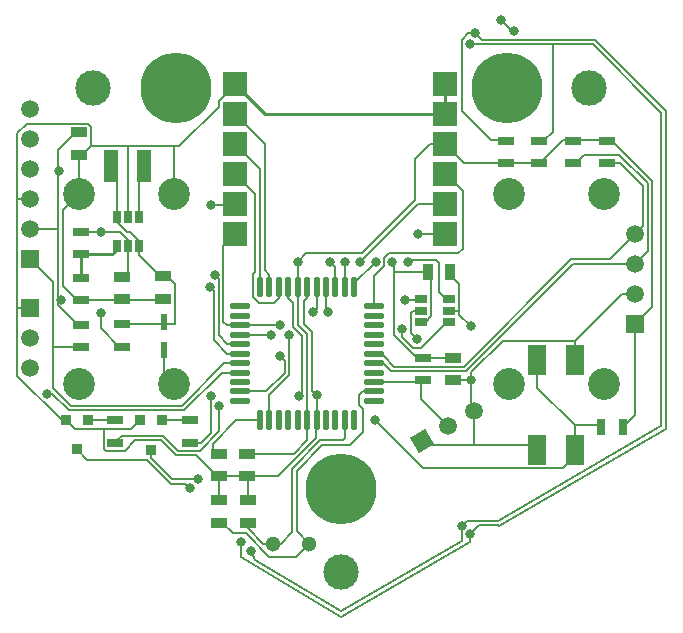
<source format=gbr>
%FSLAX43Y43*%
%MOMM*%
G71*
G01*
G75*
G04 Layer_Physical_Order=1*
G04 Layer_Color=255*
%ADD10R,1.500X2.500*%
%ADD11R,0.762X1.372*%
%ADD12R,1.372X0.864*%
%ADD13R,1.372X0.762*%
%ADD14R,0.864X1.372*%
%ADD15R,1.100X0.650*%
%ADD16R,1.300X2.700*%
%ADD17R,0.650X1.100*%
%ADD18R,0.900X0.950*%
%ADD19R,0.900X0.950*%
%ADD20O,0.550X1.750*%
%ADD21O,1.750X0.550*%
%ADD22R,2.032X2.032*%
%ADD23R,0.550X1.450*%
%ADD24C,0.200*%
%ADD25C,0.254*%
%ADD26P,2.121X4X75.0*%
%ADD27C,1.500*%
%ADD28C,2.700*%
%ADD29R,1.500X1.500*%
%ADD30C,1.300*%
%ADD31C,0.800*%
%ADD32C,6.000*%
%ADD33C,3.000*%
D10*
X19800Y-17625D02*
D03*
X16600D02*
D03*
Y-10025D02*
D03*
X19800D02*
D03*
D11*
X21948Y-15725D02*
D03*
X23853D02*
D03*
D12*
X-22250Y7323D02*
D03*
Y9227D02*
D03*
X-10400Y-23802D02*
D03*
Y-21897D02*
D03*
X-7925D02*
D03*
Y-23802D02*
D03*
X-7950Y-17972D02*
D03*
Y-19878D02*
D03*
X9475Y-9847D02*
D03*
Y-11752D02*
D03*
X-10400Y-19878D02*
D03*
Y-17972D02*
D03*
X-18600Y-2973D02*
D03*
Y-4878D02*
D03*
X-15075Y-4852D02*
D03*
Y-2947D02*
D03*
D13*
X-22050Y-8977D02*
D03*
Y-7073D02*
D03*
X-18575Y-6997D02*
D03*
Y-8903D02*
D03*
X-22025Y827D02*
D03*
Y-1077D02*
D03*
X-22050Y-3072D02*
D03*
Y-4977D02*
D03*
X-12850Y-17028D02*
D03*
Y-15123D02*
D03*
X16750Y6622D02*
D03*
Y8528D02*
D03*
X13900Y6622D02*
D03*
Y8528D02*
D03*
X-19150Y-17028D02*
D03*
Y-15123D02*
D03*
X19600Y6622D02*
D03*
Y8528D02*
D03*
X22450Y6622D02*
D03*
Y8528D02*
D03*
X6900Y-11752D02*
D03*
Y-9847D02*
D03*
D14*
X9203Y-2550D02*
D03*
X7298D02*
D03*
D15*
X6750Y-6800D02*
D03*
Y-5850D02*
D03*
Y-4900D02*
D03*
X9150D02*
D03*
Y-5850D02*
D03*
Y-6800D02*
D03*
D16*
X-19525Y6425D02*
D03*
X-16725D02*
D03*
D17*
X-17125Y-350D02*
D03*
X-18075D02*
D03*
X-19025D02*
D03*
Y2050D02*
D03*
X-18075D02*
D03*
X-17125D02*
D03*
D18*
X-16100Y-17625D02*
D03*
X-15150Y-15125D02*
D03*
X-22400Y-17600D02*
D03*
X-21450Y-15100D02*
D03*
D19*
X-17050Y-15125D02*
D03*
X-23350Y-15100D02*
D03*
D20*
X1100Y-3850D02*
D03*
X300D02*
D03*
X-500D02*
D03*
X-1300D02*
D03*
X-2100D02*
D03*
X-2900D02*
D03*
X-3700D02*
D03*
X-4500D02*
D03*
X-5300D02*
D03*
X-6100D02*
D03*
X-6900D02*
D03*
Y-15150D02*
D03*
X-6100D02*
D03*
X-5300D02*
D03*
X-4500D02*
D03*
X-3700D02*
D03*
X-2900D02*
D03*
X-2100D02*
D03*
X-1300D02*
D03*
X-500D02*
D03*
X300D02*
D03*
X1100D02*
D03*
D21*
X-8550Y-5500D02*
D03*
Y-6300D02*
D03*
Y-7100D02*
D03*
Y-7900D02*
D03*
Y-8700D02*
D03*
Y-9500D02*
D03*
Y-10300D02*
D03*
Y-11100D02*
D03*
Y-11900D02*
D03*
Y-12700D02*
D03*
Y-13500D02*
D03*
X2750D02*
D03*
Y-12700D02*
D03*
Y-11900D02*
D03*
Y-11100D02*
D03*
Y-10300D02*
D03*
Y-9500D02*
D03*
Y-8700D02*
D03*
Y-7900D02*
D03*
Y-7100D02*
D03*
Y-6300D02*
D03*
Y-5500D02*
D03*
D22*
X8780Y13324D02*
D03*
Y10784D02*
D03*
Y8244D02*
D03*
Y5704D02*
D03*
Y3164D02*
D03*
Y624D02*
D03*
X-9000Y13324D02*
D03*
Y10784D02*
D03*
Y8244D02*
D03*
Y5704D02*
D03*
Y3164D02*
D03*
Y624D02*
D03*
D23*
X-15050Y-6800D02*
D03*
Y-9150D02*
D03*
D24*
X14468Y17644D02*
Y17857D01*
X12693Y8552D02*
X13900D01*
X10875Y16675D02*
X17875D01*
X16600Y8552D02*
X17153D01*
X-7675Y-26250D02*
X-7325Y-26950D01*
X0Y-31300D01*
X-8500Y-26750D02*
Y-25425D01*
Y-26750D02*
X-1Y-31775D01*
X18753Y8552D02*
X22000D01*
X13900Y6648D02*
X16847D01*
X-20378Y827D02*
X-18753D01*
X-24000Y5925D02*
Y7725D01*
X-18075Y-2973D02*
Y-350D01*
X-24000Y-5400D02*
Y1015D01*
X-22025Y827D02*
X-20378D01*
X-20375Y825D01*
X-24000Y1015D02*
Y5925D01*
X-23876D01*
X-23876Y5925D01*
X-24000Y7725D02*
X-22497Y9227D01*
X-22250D01*
X-23600Y2700D02*
X-22250Y4050D01*
X-23600Y-3750D02*
Y2700D01*
Y-3750D02*
X-22372Y-4977D01*
X-2100Y-13350D02*
X-1850Y-13100D01*
X-2125Y-16634D02*
Y-15125D01*
X-22050Y-4977D02*
X-15200D01*
X10998Y-11752D02*
Y-11084D01*
X13681Y-8400D01*
X19800D01*
X-19475Y6500D02*
X-19025Y6050D01*
X-2100Y-13025D02*
X-1925D01*
X-2500Y-12625D02*
X-2100Y-13025D01*
X-2100Y-13025D02*
X-1938Y-13188D01*
X13551Y18774D02*
Y18776D01*
Y18774D02*
X14468Y17857D01*
Y17644D02*
X14601Y17776D01*
X-1Y-31775D02*
X10916Y-25460D01*
X10900Y-24800D02*
X11657Y-24043D01*
X10916Y-25460D02*
Y-24816D01*
X0Y-31300D02*
X10200Y-25400D01*
Y-24075D01*
X-4175Y-24625D02*
Y-19250D01*
X-3775Y-24550D02*
Y-19416D01*
X10644Y-23631D02*
X13279D01*
X11657Y-24043D02*
X13358D01*
X13279Y-23631D02*
X26925Y-15750D01*
X13382Y-24062D02*
X27489Y-15906D01*
X10200Y-24075D02*
X10632Y-23643D01*
X22450Y8528D02*
X22888D01*
X26325Y5091D01*
Y-5525D02*
Y5091D01*
X24875Y-6975D02*
X26325Y-5525D01*
X23628Y6622D02*
X25525Y4725D01*
Y1295D02*
Y4725D01*
X24875Y645D02*
X25525Y1295D01*
X22450Y6622D02*
X23628D01*
X19600D02*
X19872D01*
X20553Y7304D01*
X23546D01*
X25925Y4925D01*
Y-845D02*
Y4925D01*
X24875Y-1895D02*
X25925Y-845D01*
X17875Y9275D02*
Y16675D01*
X17153Y8552D02*
X17875Y9275D01*
X19591Y-1925D02*
X24845D01*
X24875Y-1895D01*
X10516Y-11000D02*
X19591Y-1925D01*
X22705Y-1525D02*
X24875Y645D01*
X19425Y-1525D02*
X22705D01*
X10350Y-10600D02*
X19425Y-1525D01*
X4463Y-10600D02*
X10350D01*
X16847Y6648D02*
X18753Y8552D01*
X10750Y17650D02*
X11325D01*
X10175Y17075D02*
X10750Y17650D01*
X10175Y11071D02*
Y17075D01*
Y11071D02*
X12693Y8552D01*
X17875Y16675D02*
X21309D01*
X10351Y6673D02*
X13700D01*
X21475Y17075D02*
X27489Y11061D01*
X11900Y17075D02*
X21475D01*
X21309Y16675D02*
X27075Y10909D01*
X8780Y8244D02*
X10351Y6673D01*
X11325Y17650D02*
X11900Y17075D01*
X10875Y16675D02*
Y16675D01*
X-1925Y-13025D02*
X-1850Y-13100D01*
X-2900Y-15150D02*
Y-7844D01*
X-2100Y-15150D02*
Y-13350D01*
X-2500Y-12625D02*
Y-7679D01*
X11249Y-17200D02*
X16175D01*
X11249D02*
Y-14360D01*
X7150Y-17200D02*
X11249D01*
X27075Y-15600D02*
Y10909D01*
X26925Y-15750D02*
X27075Y-15600D01*
X27489Y-15906D02*
Y11061D01*
X23765Y-4435D02*
X24875D01*
X19800Y-8400D02*
X23765Y-4435D01*
X19800Y-10025D02*
Y-8400D01*
X4425Y-2550D02*
X7298D01*
X4425D02*
Y-1825D01*
Y-7891D02*
Y-2550D01*
X24875Y-14703D02*
Y-6975D01*
X23853Y-15725D02*
X24875Y-14703D01*
X21798Y-15575D02*
X21948Y-15725D01*
X19800Y-15575D02*
X21798D01*
X19800Y-17625D02*
Y-15575D01*
X16600Y-12375D02*
X19800Y-15575D01*
X16600Y-12375D02*
Y-10025D01*
X2825Y-15125D02*
X2875D01*
X6925Y-19175D01*
X18750D01*
X19800Y-18125D01*
Y-17625D01*
X10000Y-5850D02*
Y-3575D01*
Y-6200D02*
Y-5850D01*
X9150D02*
X10000D01*
X10998Y-14108D02*
Y-11752D01*
Y-14108D02*
X11249Y-14360D01*
X6753Y-13333D02*
X9050Y-15630D01*
X6753Y-13333D02*
Y-11900D01*
X2750D02*
X6753D01*
X10000Y-6200D02*
X11000Y-7200D01*
X9475Y-11752D02*
X10998D01*
X4300Y-1700D02*
X4425Y-1825D01*
Y-7891D02*
X6382Y-9847D01*
X6900D01*
X9475D01*
X3525Y-10300D02*
X4225Y-11000D01*
X10516D01*
X3588Y-9725D02*
X4463Y-10600D01*
X2975Y-9725D02*
X3588D01*
X2750Y-9500D02*
X2975Y-9725D01*
X2750Y-10300D02*
X3525D01*
X6775Y-9000D02*
X8975Y-6800D01*
X6100Y-9000D02*
X6775D01*
X5150Y-8050D02*
X6100Y-9000D01*
X5350Y-4950D02*
X6700D01*
X6750Y-4900D01*
X5150Y-8050D02*
Y-7450D01*
X8975Y-6800D02*
X9150D01*
X5900Y-7775D02*
Y-6025D01*
X6075Y-5850D01*
X5900Y-7775D02*
X6425Y-8300D01*
X9203Y-2777D02*
Y-2550D01*
Y-2777D02*
X10000Y-3575D01*
X8875Y-4900D02*
X9150D01*
X8275Y-4300D02*
X8875Y-4900D01*
X8275Y-4300D02*
Y-1850D01*
X7989Y-1564D02*
X8275Y-1850D01*
X5736Y-1564D02*
X7989D01*
X5600Y-1700D02*
X5736Y-1564D01*
X6075Y-5850D02*
X6750D01*
Y-6800D02*
X7150D01*
X7600Y-6350D01*
Y-2852D01*
X7298Y-2550D02*
X7600Y-2852D01*
X6500Y600D02*
X8756D01*
X9150Y-6800D02*
X9375D01*
X-23692Y-15100D02*
X-23350D01*
X-27425Y-11367D02*
Y-5675D01*
Y-11367D02*
X-23692Y-15100D01*
X-27425Y-5675D02*
X-26450D01*
X-27425D02*
Y9175D01*
X-10400Y11924D02*
X-9000Y13324D01*
X-10400Y11400D02*
Y11924D01*
X-13725Y8075D02*
X-10400Y11400D01*
X-22400Y-17600D02*
X-21525Y-18475D01*
X-16491D01*
X-14466Y-20500D01*
X-13200D01*
X-12800Y-20900D01*
X-16100Y-18300D02*
Y-17625D01*
Y-18300D02*
X-14300Y-20100D01*
X-12100D01*
X-7950Y-17972D02*
X-4029D01*
X-2900Y-16844D01*
Y-15150D01*
X-5368Y-19878D02*
X-2125Y-16634D01*
X-7950Y-19878D02*
X-5368D01*
X-8884Y-15150D02*
X-6900D01*
X-10900Y-17166D02*
X-8884Y-15150D01*
X-10900Y-17700D02*
Y-17166D01*
Y-17700D02*
X-10672D01*
X-10400Y-17972D01*
X-10573Y-19878D02*
X-10400D01*
X-12342Y-18108D02*
X-10573Y-19878D01*
X-14007Y-18108D02*
X-12342D01*
X-7925Y-21897D02*
Y-19903D01*
X-7950Y-19878D02*
X-7925Y-19903D01*
X-10400Y-19878D02*
X-7950D01*
X-10400Y-21897D02*
Y-19878D01*
X-7925Y-24284D02*
Y-23802D01*
Y-24284D02*
X-6609Y-25600D01*
X-5825D01*
X-10400Y-23802D02*
X-10073D01*
X-9150Y-24725D01*
X-8050D01*
X-6100Y-26675D01*
X-3800D01*
X-2725Y-25600D01*
X-4175Y-19250D02*
X-1775Y-16850D01*
X125D02*
X300Y-16675D01*
X-1775Y-16850D02*
X125D01*
X700Y-17250D02*
X1850Y-16100D01*
X-1609Y-17250D02*
X700D01*
X-3775Y-19416D02*
X-1609Y-17250D01*
X-5150Y-25600D02*
X-4175Y-24625D01*
X-3775Y-24550D02*
X-2725Y-25600D01*
X300Y-16675D02*
Y-15150D01*
X-5825Y-25600D02*
X-5150D01*
X1850Y-16100D02*
Y-14150D01*
X1525Y-13825D02*
X1850Y-14150D01*
X1525Y-13825D02*
Y-13000D01*
X1825Y-12700D01*
X2750D01*
X-10325Y-16025D02*
Y-13925D01*
X-10350Y-13900D02*
X-10325Y-13925D01*
X-11076Y-16201D02*
Y-13099D01*
X-13334Y-14300D02*
X-10134Y-11100D01*
X-13500Y-13900D02*
X-9900Y-10300D01*
X-10134Y-11100D02*
X-8550D01*
X-9900Y-10300D02*
X-8550D01*
X6850Y-16900D02*
X7150Y-17200D01*
X-15266Y-16850D02*
X-14007Y-18108D01*
X-17481Y-16850D02*
X-15266D01*
X-13842Y-17708D02*
X-12009D01*
X-15100Y-16450D02*
X-13842Y-17708D01*
X-18573Y-16450D02*
X-15100D01*
X-18972Y-16850D02*
X-18573Y-16450D01*
X-18340Y-17708D02*
X-17481Y-16850D01*
X-22575Y-15875D02*
X-17800D01*
X-20136Y-17533D02*
Y-15927D01*
Y-17533D02*
X-19960Y-17708D01*
X-18340D01*
X-11903Y-17028D02*
X-11076Y-16201D01*
X-12850Y-17028D02*
X-11903D01*
X-12009Y-17708D02*
X-10325Y-16025D01*
X-17800Y-15875D02*
X-17050Y-15125D01*
X-23350Y-15100D02*
X-22575Y-15875D01*
X-21427Y-15123D02*
X-19150D01*
X-15148D02*
X-12850D01*
X-18823Y-8903D02*
X-18575D01*
X-20376Y-7349D02*
X-18823Y-8903D01*
X-20376Y-7349D02*
Y-6050D01*
X-24926Y-12876D02*
X-24490D01*
X-23066Y-14300D01*
X-13334D01*
X-26375Y-1525D02*
X-24425Y-3475D01*
Y-4710D02*
Y-3475D01*
X-24403Y-8977D02*
X-22050D01*
X-24425Y-12375D02*
Y-4710D01*
Y-12375D02*
X-22900Y-13900D01*
X-13500D01*
X-18575Y-6997D02*
X-14089D01*
X-27380Y3555D02*
X-26375D01*
X-21200Y8075D02*
Y9725D01*
X-21434Y9959D02*
X-21200Y9725D01*
X-26641Y9959D02*
X-21434D01*
X-27425Y9175D02*
X-26641Y9959D01*
X-23950Y-5000D02*
X-23725D01*
X-22372Y-4977D02*
X-22050D01*
X-14089Y-6997D02*
Y-3636D01*
X-14778Y-2947D02*
X-14089Y-3636D01*
X-15075Y-2947D02*
X-14778D01*
X-18075Y-350D02*
Y150D01*
X-18753Y827D02*
X-18075Y150D01*
X-18175Y825D02*
X-17925D01*
X-19025Y1675D02*
X-18175Y825D01*
X-17925D02*
X-17125Y25D01*
X-19025Y1675D02*
Y2050D01*
X-17125Y-350D02*
Y25D01*
X-24000Y-5400D02*
X-22327Y-7073D01*
X-11101Y-3825D02*
X-10800Y-4126D01*
Y-8375D02*
Y-4126D01*
X-10701Y-2825D02*
X-10400Y-3126D01*
Y-7950D02*
Y-3126D01*
X-18075Y8075D02*
X-13725D01*
X-10800Y-8375D02*
X-9675Y-9500D01*
X-8550D01*
X-11000Y3100D02*
X-9064D01*
X-10400Y-7950D02*
X-9650Y-8700D01*
X-8550D01*
X-14200Y4000D02*
Y8026D01*
X-18075Y2050D02*
Y8075D01*
X-21200D02*
X-18075D01*
X-22250Y7323D02*
X-21952D01*
X-21200Y8075D01*
X-22250Y4050D02*
Y7323D01*
X-26375Y1015D02*
X-24000D01*
X-17125Y-1175D02*
Y-350D01*
Y-1175D02*
X-15352Y-2947D01*
X-15075D01*
X-22327Y-7073D02*
X-22050D01*
X-18600Y-2973D02*
X-18075D01*
X-17125Y2050D02*
Y6050D01*
X-16675Y6500D01*
X-19025Y2050D02*
Y6050D01*
X6464Y3164D02*
X8780D01*
X8896Y5704D02*
X10300Y4300D01*
X8780Y5704D02*
X8896D01*
X-2400Y-6000D02*
X-2100Y-5700D01*
Y-3850D01*
X-1300Y-5800D02*
X-1100Y-6000D01*
X-1300Y-5800D02*
Y-3850D01*
X-1000Y-1700D02*
X-500Y-2200D01*
Y-3850D02*
Y-2200D01*
X300Y-3850D02*
X300Y-3850D01*
X300Y-3850D02*
Y-1700D01*
X-6900Y-3850D02*
Y6144D01*
X-9000Y8244D02*
X-6900Y6144D01*
X-6100Y-3850D02*
Y-2800D01*
X-6500Y-2400D02*
X-6100Y-2800D01*
X-6500Y-2400D02*
Y8284D01*
X-9000Y10784D02*
X-6500Y8284D01*
X-5300Y-4800D02*
Y-3850D01*
X-5700Y-5200D02*
X-5300Y-4800D01*
X-7000Y-5200D02*
X-5700D01*
X-7475Y-4725D02*
X-7000Y-5200D01*
X-7475Y-4725D02*
Y-2775D01*
X-7300Y-2600D01*
Y4004D01*
X-9000Y5704D02*
X-7300Y4004D01*
X-9700Y-7100D02*
X-8550D01*
X-10000Y-6800D02*
X-9700Y-7100D01*
X-10000Y-6800D02*
Y-376D01*
X-9000Y624D01*
X-8550Y-7100D02*
X-5200D01*
X-8550Y-7900D02*
X-6000D01*
X-3700Y-3850D02*
Y-1700D01*
X1600Y-1700D02*
X6464Y3164D01*
X9900Y-1000D02*
X10300Y-600D01*
Y4300D01*
X2750Y-5500D02*
Y-2950D01*
X1100Y-3500D02*
X2900Y-1700D01*
X2750Y-2950D02*
X3600Y-2100D01*
Y-1400D01*
X4000Y-1000D01*
X9900D01*
X7544Y8244D02*
X8780D01*
X6267Y6967D02*
X7544Y8244D01*
X6267Y3533D02*
Y6967D01*
X1734Y-1000D02*
X6267Y3533D01*
X-3000Y-1000D02*
X1734D01*
X-3700Y-1700D02*
X-3000Y-1000D01*
X-6100Y-15150D02*
Y-13000D01*
X-4400Y-11300D01*
Y-7900D01*
X-8550Y-12700D02*
X-6366D01*
X-4800Y-11134D01*
Y-10100D01*
X-5200Y-9700D02*
X-4800Y-10100D01*
X-2900Y-4750D02*
Y-3850D01*
X-3200Y-6979D02*
Y-5050D01*
X-2900Y-4750D01*
X-3700Y-7044D02*
Y-3850D01*
Y-7044D02*
X-2900Y-7844D01*
X-4500Y-4825D02*
Y-3850D01*
Y-4825D02*
X-4100Y-5225D01*
Y-7210D02*
Y-5225D01*
Y-7210D02*
X-3300Y-8010D01*
X-3200Y-6979D02*
X-2500Y-7679D01*
X-2125Y-15125D02*
X-2100Y-15150D01*
X-3300Y-12825D02*
Y-8010D01*
X-3600Y-13126D02*
X-3300Y-12825D01*
X-15050Y-11250D02*
Y-9150D01*
Y-11250D02*
X-14200Y-12100D01*
D25*
X-6460Y10784D02*
X8780D01*
X-9000Y13324D02*
X-6460Y10784D01*
X-19025Y-700D02*
Y-350D01*
X-19403Y-1077D02*
X-19025Y-700D01*
X-22025Y-1077D02*
X-19403D01*
X-22025Y-3047D02*
Y-1077D01*
X8780Y10784D02*
Y13324D01*
D26*
X6850Y-16900D02*
D03*
D27*
X9050Y-15630D02*
D03*
X11249Y-14360D02*
D03*
X24875Y645D02*
D03*
Y-1895D02*
D03*
Y-4435D02*
D03*
X-26375Y11175D02*
D03*
Y8635D02*
D03*
Y6095D02*
D03*
Y3555D02*
D03*
Y1015D02*
D03*
Y-10755D02*
D03*
Y-8215D02*
D03*
D28*
X22200Y4000D02*
D03*
X14200D02*
D03*
X-14200D02*
D03*
X-22200D02*
D03*
X22200Y-12100D02*
D03*
X14200D02*
D03*
X-14200D02*
D03*
X-22200D02*
D03*
D29*
X24875Y-6975D02*
D03*
X-26375Y-1525D02*
D03*
Y-5675D02*
D03*
D30*
X-5825Y-25600D02*
D03*
X-2725D02*
D03*
D31*
X-7675Y-26250D02*
D03*
X-8500Y-25425D02*
D03*
X-20375Y825D02*
D03*
X-23876Y5925D02*
D03*
X13551Y18776D02*
D03*
X14601Y17776D02*
D03*
X10200Y-24075D02*
D03*
X10900Y-24800D02*
D03*
X10875Y16675D02*
D03*
X11325Y17650D02*
D03*
X-2100Y-13025D02*
D03*
X2825Y-15125D02*
D03*
X11000Y-7200D02*
D03*
X10998Y-11752D02*
D03*
X5150Y-7450D02*
D03*
X6425Y-8300D02*
D03*
X5350Y-4950D02*
D03*
X6500Y600D02*
D03*
X-12100Y-20100D02*
D03*
X-12800Y-20900D02*
D03*
X-10350Y-13900D02*
D03*
X-11076Y-13099D02*
D03*
X-20376Y-6050D02*
D03*
X-24926Y-12876D02*
D03*
X-23725Y-5000D02*
D03*
X-11101Y-3825D02*
D03*
X-10701Y-2825D02*
D03*
X-11000Y3100D02*
D03*
X-4400Y-7900D02*
D03*
X-1100Y-6000D02*
D03*
X-2400D02*
D03*
X-1000Y-1700D02*
D03*
X300D02*
D03*
X-5200Y-7100D02*
D03*
X-6000Y-7900D02*
D03*
X-3700Y-1700D02*
D03*
X1600Y-1700D02*
D03*
X5600D02*
D03*
X2900D02*
D03*
X4300D02*
D03*
X-5200Y-9700D02*
D03*
X-3600Y-13126D02*
D03*
D32*
X14000Y13000D02*
D03*
X0Y-21000D02*
D03*
X-14000Y13000D02*
D03*
D33*
X0Y-28000D02*
D03*
X21000Y13000D02*
D03*
X-21000D02*
D03*
M02*

</source>
